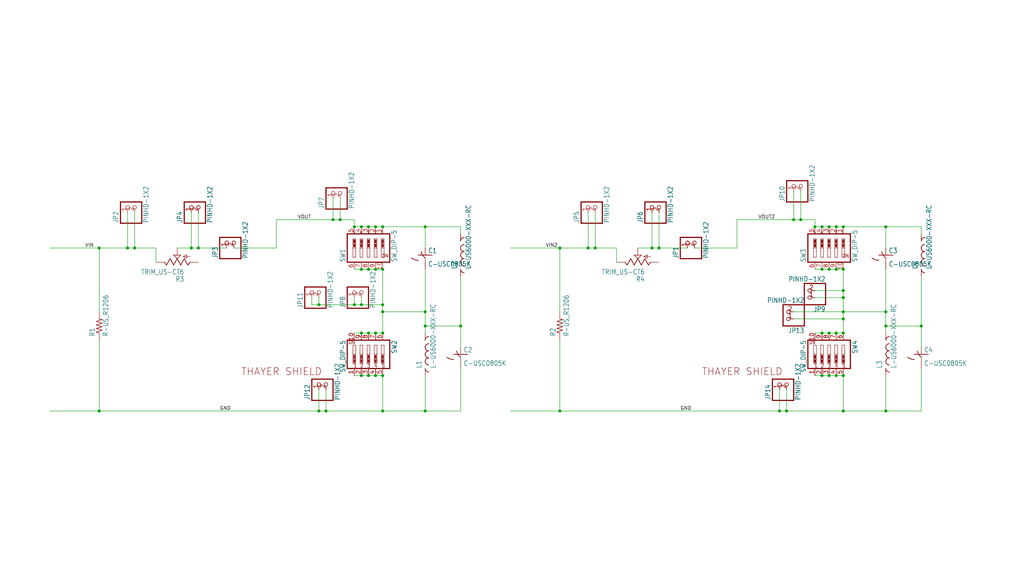
<source format=kicad_sch>
(kicad_sch (version 20250114) (generator "eeschema") (generator_version "9.0")
  (paper "User" 367.055 210.007)
  (lib_symbols
    (symbol "blackboxvDualv4-eagle-import:C-USC0805K"
      (property "Reference" "C" (at 1.016 0.635 0))
      (symbol "C-USC0805K_1_0"
        (polyline (pts (xy -2.54 0) (xy 2.54 0)) (stroke (width 0.254)))
        (arc (start -2.4668 -1.8504) (mid -3.7688 -1.6361) (end -4.9335 -1.016) (stroke (width 0.254)))
        (polyline (pts (xy 0 -1.016) (xy 0 -2.54)) (stroke (width 0.1524)))
        (arc (start 0 -1) (mid -0.9038 -0.0189) (end -1.4403 1.2025) (stroke (width 0.254)))
        (pin passive line (at 0 2.54 270) (length 2.54) (name "1") (number "1"))
        (pin passive line (at 0 -5.08 90) (length 2.54) (name "2") (number "2"))
      )
    )
    (symbol "blackboxvDualv4-eagle-import:L-US6000-XXX-RC"
      (property "Reference" "L" (at -1.27 -5.08 90))
      (symbol "L-US6000-XXX-RC_1_0"
        (arc (start 0 5.08) (mid 0.372 5.978) (end 1.27 6.35) (stroke (width 0.254)))
        (arc (start 0 2.54) (mid 0.372 3.438) (end 1.27 3.81) (stroke (width 0.254)))
        (arc (start 1.27 1.27) (mid 0.372 1.642) (end 0 2.54) (stroke (width 0.254)))
        (arc (start 0 0) (mid 0.372 0.898) (end 1.27 1.27) (stroke (width 0.254)))
        (arc (start 1.27 -1.27) (mid 0.372 -0.898) (end 0 0) (stroke (width 0.254)))
        (arc (start 0 -2.54) (mid 0.372 -1.642) (end 1.27 -1.27) (stroke (width 0.254)))
        (arc (start 1.27 -3.81) (mid 0.372 -3.438) (end 0 -2.54) (stroke (width 0.254)))
        (arc (start 1.27 -6.35) (mid 0.372 -5.978) (end 0 -5.08) (stroke (width 0.254)))
        (pin passive line (at 0 7.62 270) (length 2.54) (name "1") (number "1"))
        (pin passive line (at 0 -7.62 90) (length 2.54) (name "2") (number "2"))
      )
    )
    (symbol "blackboxvDualv4-eagle-import:PINHD-1X2"
      (property "Reference" "JP" (at -6.35 5.715 0))
      (symbol "PINHD-1X2_1_0"
        (polyline (pts (xy -6.35 5.08) (xy -6.35 -2.54)) (stroke (width 0.4064)))
        (polyline (pts (xy -6.35 -2.54) (xy 1.27 -2.54)) (stroke (width 0.4064)))
        (polyline (pts (xy 1.27 5.08) (xy -6.35 5.08)) (stroke (width 0.4064)))
        (polyline (pts (xy 1.27 -2.54) (xy 1.27 5.08)) (stroke (width 0.4064)))
        (pin passive inverted (at -2.54 2.54 0) (length 2.54) (name "1") (number "1"))
        (pin passive inverted (at -2.54 0 0) (length 2.54) (name "2") (number "2"))
      )
    )
    (symbol "blackboxvDualv4-eagle-import:R-US_R1206"
      (property "Reference" "R" (at -3.81 1.4986 0))
      (symbol "R-US_R1206_1_0"
        (polyline (pts (xy -2.54 0) (xy -2.159 1.016)) (stroke (width 0.2032)))
        (polyline (pts (xy -2.159 1.016) (xy -1.524 -1.016)) (stroke (width 0.2032)))
        (polyline (pts (xy -1.524 -1.016) (xy -0.889 1.016)) (stroke (width 0.2032)))
        (polyline (pts (xy -0.889 1.016) (xy -0.254 -1.016)) (stroke (width 0.2032)))
        (polyline (pts (xy -0.254 -1.016) (xy 0.381 1.016)) (stroke (width 0.2032)))
        (polyline (pts (xy 0.381 1.016) (xy 1.016 -1.016)) (stroke (width 0.2032)))
        (polyline (pts (xy 1.016 -1.016) (xy 1.651 1.016)) (stroke (width 0.2032)))
        (polyline (pts (xy 1.651 1.016) (xy 2.286 -1.016)) (stroke (width 0.2032)))
        (polyline (pts (xy 2.286 -1.016) (xy 2.54 0)) (stroke (width 0.2032)))
        (pin passive line (at -5.08 0 0) (length 2.54) (name "1") (number "1"))
        (pin passive line (at 5.08 0 180) (length 2.54) (name "2") (number "2"))
      )
    )
    (symbol "blackboxvDualv4-eagle-import:SW_DIP-5"
      (property "Reference" "SW" (at -5.08 8.255 0))
      (symbol "SW_DIP-5_1_0"
        (polyline (pts (xy -5.08 7.62) (xy -5.08 -7.62)) (stroke (width 0.4064)))
        (polyline (pts (xy -5.08 -7.62) (xy 5.08 -7.62)) (stroke (width 0.4064)))
        (polyline (pts (xy -3.302 5.588) (xy 0 5.588)) (stroke (width 0.1524)))
        (polyline (pts (xy -3.302 4.572) (xy -3.302 5.588)) (stroke (width 0.1524)))
        (polyline (pts (xy -3.302 3.048) (xy 0 3.048)) (stroke (width 0.1524)))
        (polyline (pts (xy -3.302 2.032) (xy -3.302 3.048)) (stroke (width 0.1524)))
        (polyline (pts (xy -3.302 0.508) (xy 0 0.508)) (stroke (width 0.1524)))
        (polyline (pts (xy -3.302 -0.508) (xy -3.302 0.508)) (stroke (width 0.1524)))
        (polyline (pts (xy -3.302 -2.032) (xy 0 -2.032)) (stroke (width 0.1524)))
        (polyline (pts (xy -3.302 -3.048) (xy -3.302 -2.032)) (stroke (width 0.1524)))
        (polyline (pts (xy -3.302 -4.572) (xy 0 -4.572)) (stroke (width 0.1524)))
        (polyline (pts (xy -3.302 -5.588) (xy -3.302 -4.572)) (stroke (width 0.1524)))
        (polyline (pts (xy 0 5.588) (xy 0 4.572)) (stroke (width 0.1524)))
        (polyline (pts (xy 0 5.588) (xy 3.302 5.588)) (stroke (width 0.1524)))
        (polyline (pts (xy 0 4.572) (xy -3.302 4.572)) (stroke (width 0.1524)))
        (polyline (pts (xy 0 3.048) (xy 0 2.032)) (stroke (width 0.1524)))
        (polyline (pts (xy 0 3.048) (xy 3.302 3.048)) (stroke (width 0.1524)))
        (polyline (pts (xy 0 2.032) (xy -3.302 2.032)) (stroke (width 0.1524)))
        (polyline (pts (xy 0 0.508) (xy 0 -0.508)) (stroke (width 0.1524)))
        (polyline (pts (xy 0 0.508) (xy 3.302 0.508)) (stroke (width 0.1524)))
        (polyline (pts (xy 0 -0.508) (xy -3.302 -0.508)) (stroke (width 0.1524)))
        (polyline (pts (xy 0 -2.032) (xy 0 -3.048)) (stroke (width 0.1524)))
        (polyline (pts (xy 0 -2.032) (xy 3.302 -2.032)) (stroke (width 0.1524)))
        (polyline (pts (xy 0 -3.048) (xy -3.302 -3.048)) (stroke (width 0.1524)))
        (polyline (pts (xy 0 -4.572) (xy 0 -5.588)) (stroke (width 0.1524)))
        (polyline (pts (xy 0 -4.572) (xy 3.302 -4.572)) (stroke (width 0.1524)))
        (polyline (pts (xy 0 -5.588) (xy -3.302 -5.588)) (stroke (width 0.1524)))
        (rectangle (start 0.381 4.826) (end 1.397 5.334) (fill (type outline)))
        (rectangle (start 0.381 2.286) (end 1.397 2.794) (fill (type outline)))
        (rectangle (start 0.381 -0.254) (end 1.397 0.254) (fill (type outline)))
        (rectangle (start 0.381 -2.794) (end 1.397 -2.286) (fill (type outline)))
        (rectangle (start 0.381 -5.334) (end 1.397 -4.826) (fill (type outline)))
        (polyline (pts (xy 1.397 5.334) (xy 1.905 5.334)))
        (polyline (pts (xy 1.397 4.826) (xy 1.905 4.826)))
        (polyline (pts (xy 1.397 2.794) (xy 1.905 2.794)))
        (polyline (pts (xy 1.397 2.286) (xy 1.905 2.286)))
        (polyline (pts (xy 1.397 0.254) (xy 1.905 0.254)))
        (polyline (pts (xy 1.397 -0.254) (xy 1.905 -0.254)))
        (polyline (pts (xy 1.397 -2.286) (xy 1.905 -2.286)))
        (polyline (pts (xy 1.397 -2.794) (xy 1.905 -2.794)))
        (polyline (pts (xy 1.397 -4.826) (xy 1.905 -4.826)))
        (polyline (pts (xy 1.397 -5.334) (xy 1.905 -5.334)))
        (rectangle (start 1.905 4.826) (end 2.921 5.334) (fill (type outline)))
        (rectangle (start 1.905 4.826) (end 2.921 5.334) (fill (type outline)))
        (rectangle (start 1.905 2.286) (end 2.921 2.794) (fill (type outline)))
        (rectangle (start 1.905 -0.254) (end 2.921 0.254) (fill (type outline)))
        (rectangle (start 1.905 -2.794) (end 2.921 -2.286) (fill (type outline)))
        (rectangle (start 1.905 -5.334) (end 2.921 -4.826) (fill (type outline)))
        (polyline (pts (xy 3.302 5.588) (xy 3.302 4.572)) (stroke (width 0.1524)))
        (polyline (pts (xy 3.302 4.572) (xy 0 4.572)) (stroke (width 0.1524)))
        (polyline (pts (xy 3.302 3.048) (xy 3.302 2.032)) (stroke (width 0.1524)))
        (polyline (pts (xy 3.302 2.032) (xy 0 2.032)) (stroke (width 0.1524)))
        (polyline (pts (xy 3.302 0.508) (xy 3.302 -0.508)) (stroke (width 0.1524)))
        (polyline (pts (xy 3.302 -0.508) (xy 0 -0.508)) (stroke (width 0.1524)))
        (polyline (pts (xy 3.302 -2.032) (xy 3.302 -3.048)) (stroke (width 0.1524)))
        (polyline (pts (xy 3.302 -3.048) (xy 0 -3.048)) (stroke (width 0.1524)))
        (polyline (pts (xy 3.302 -4.572) (xy 3.302 -5.588)) (stroke (width 0.1524)))
        (polyline (pts (xy 3.302 -5.588) (xy 0 -5.588)) (stroke (width 0.1524)))
        (polyline (pts (xy 5.08 7.62) (xy -5.08 7.62)) (stroke (width 0.4064)))
        (polyline (pts (xy 5.08 -7.62) (xy 5.08 7.62)) (stroke (width 0.4064)))
        (text "ON" (at -3.556 -7.239 900) (effects (font (size 1.27 1.0795)) (justify left bottom)))
        (text "5" (at 4.826 4.699 900) (effects (font (size 1.27 1.0795)) (justify left bottom)))
        (text "4" (at 4.826 2.032 900) (effects (font (size 1.27 1.0795)) (justify left bottom)))
        (text "3" (at 4.826 -0.508 900) (effects (font (size 1.27 1.0795)) (justify left bottom)))
        (text "2" (at 4.826 -3.048 900) (effects (font (size 1.27 1.0795)) (justify left bottom)))
        (text "1" (at 4.826 -5.334 900) (effects (font (size 1.27 1.0795)) (justify left bottom)))
        (pin passive line (at -7.62 5.08 0) (length 2.54) (name "6") (number "6"))
        (pin passive line (at -7.62 2.54 0) (length 2.54) (name "7") (number "7"))
        (pin passive line (at -7.62 0 0) (length 2.54) (name "8") (number "8"))
        (pin passive line (at -7.62 -2.54 0) (length 2.54) (name "9") (number "9"))
        (pin passive line (at -7.62 -5.08 0) (length 2.54) (name "10") (number "10"))
        (pin passive line (at 7.62 5.08 180) (length 2.54) (name "5") (number "5"))
        (pin passive line (at 7.62 2.54 180) (length 2.54) (name "4") (number "4"))
        (pin passive line (at 7.62 0 180) (length 2.54) (name "3") (number "3"))
        (pin passive line (at 7.62 -2.54 180) (length 2.54) (name "2") (number "2"))
        (pin passive line (at 7.62 -5.08 180) (length 2.54) (name "1") (number "1"))
      )
    )
    (symbol "blackboxvDualv4-eagle-import:THAYER"
      (symbol "THAYER_1_0"
        (text "THAYER SHIELD" (at 0 0 0) (effects (font (size 2.54 2.54)) (justify left bottom)))
      )
    )
    (symbol "blackboxvDualv4-eagle-import:TRIM_US-CT6"
      (property "Reference" "R" (at -5.08 -2.54 90))
      (symbol "TRIM_US-CT6_1_0"
        (polyline (pts (xy -1.016 3.81) (xy 0 4.572)) (stroke (width 0.254)))
        (polyline (pts (xy -1.016 1.27) (xy 1.27 2.54)) (stroke (width 0.254)))
        (polyline (pts (xy -1.016 -1.27) (xy 1.27 0)) (stroke (width 0.254)))
        (polyline (pts (xy -1.016 -3.81) (xy 1.27 -2.54)) (stroke (width 0.254)))
        (polyline (pts (xy 0 4.572) (xy 0 5.08)) (stroke (width 0.1524)))
        (polyline (pts (xy 0 -4.572) (xy -1.016 -3.81)) (stroke (width 0.254)))
        (polyline (pts (xy 0 -5.08) (xy 0 -4.572)) (stroke (width 0.1524)))
        (polyline (pts (xy 1.27 2.54) (xy -1.016 3.81)) (stroke (width 0.254)))
        (polyline (pts (xy 1.27 0) (xy -1.016 1.27)) (stroke (width 0.254)))
        (polyline (pts (xy 1.27 0) (xy 2.54 1.27)) (stroke (width 0.2032)))
        (polyline (pts (xy 1.27 -2.54) (xy -1.016 -1.27)) (stroke (width 0.254)))
        (polyline (pts (xy 1.397 -3.429) (xy 2.032 -2.159)) (stroke (width 0.1524)))
        (polyline (pts (xy 2.032 -2.159) (xy 2.667 -3.429)) (stroke (width 0.1524)))
        (polyline (pts (xy 2.032 -4.699) (xy 2.032 -2.159)) (stroke (width 0.1524)))
        (polyline (pts (xy 2.54 1.27) (xy 2.54 -1.27)) (stroke (width 0.2032)))
        (polyline (pts (xy 2.54 -1.27) (xy 1.27 0)) (stroke (width 0.2032)))
        (polyline (pts (xy 2.667 -3.429) (xy 1.397 -3.429)) (stroke (width 0.1524)))
        (pin passive line (at 0 7.62 270) (length 2.54) (name "E") (number "E"))
        (pin passive line (at 0 -7.62 90) (length 2.54) (name "A") (number "A"))
        (pin passive line (at 5.08 0 180) (length 2.54) (name "S") (number "S"))
      )
    )
  )
  (junction (at 129.54 81.28))
  (junction (at 302.26 134.62))
  (junction (at 132.08 96.52))
  (junction (at 330.2 116.84))
  (junction (at 132.08 134.62))
  (junction (at 127 109.22))
  (junction (at 210.82 88.9))
  (junction (at 299.72 119.38))
  (junction (at 127 81.28))
  (junction (at 137.16 81.28))
  (junction (at 134.62 96.52))
  (junction (at 165.1 116.84))
  (junction (at 302.26 114.3))
  (junction (at 302.26 104.14))
  (junction (at 134.62 119.38))
  (junction (at 152.4 116.84))
  (junction (at 137.16 147.32))
  (junction (at 137.16 134.62))
  (junction (at 129.54 109.22))
  (junction (at 294.64 96.52))
  (junction (at 233.68 88.9))
  (junction (at 129.54 134.62))
  (junction (at 35.56 147.32))
  (junction (at 134.62 134.62))
  (junction (at 302.26 96.52))
  (junction (at 302.26 119.38))
  (junction (at 121.92 78.74))
  (junction (at 297.18 96.52))
  (junction (at 45.72 88.9))
  (junction (at 152.4 111.76))
  (junction (at 294.64 134.62))
  (junction (at 297.18 81.28))
  (junction (at 297.18 134.62))
  (junction (at 284.48 78.74))
  (junction (at 114.3 147.32))
  (junction (at 132.08 119.38))
  (junction (at 297.18 119.38))
  (junction (at 287.02 78.74))
  (junction (at 299.72 96.52))
  (junction (at 129.54 96.52))
  (junction (at 299.72 134.62))
  (junction (at 281.94 147.32))
  (junction (at 317.5 147.32))
  (junction (at 152.4 81.28))
  (junction (at 294.64 119.38))
  (junction (at 302.26 106.68))
  (junction (at 317.5 116.84))
  (junction (at 137.16 111.76))
  (junction (at 294.64 81.28))
  (junction (at 116.84 147.32))
  (junction (at 129.54 119.38))
  (junction (at 152.4 147.32))
  (junction (at 71.12 88.9))
  (junction (at 317.5 111.76))
  (junction (at 213.36 88.9))
  (junction (at 134.62 81.28))
  (junction (at 35.56 88.9))
  (junction (at 132.08 81.28))
  (junction (at 302.26 111.76))
  (junction (at 114.3 109.22))
  (junction (at 292.1 81.28))
  (junction (at 200.66 147.32))
  (junction (at 279.4 147.32))
  (junction (at 299.72 81.28))
  (junction (at 119.38 78.74))
  (junction (at 302.26 147.32))
  (junction (at 137.16 119.38))
  (junction (at 137.16 96.52))
  (junction (at 200.66 88.9))
  (junction (at 48.26 88.9))
  (junction (at 137.16 109.22))
  (junction (at 236.22 88.9))
  (junction (at 317.5 81.28))
  (junction (at 302.26 81.28))
  (junction (at 68.58 88.9))
  (wire (pts (xy 152.4 116.84) (xy 165.1 116.84)) (stroke (width 0.1524)))
  (wire (pts (xy 200.66 147.32) (xy 182.88 147.32)) (stroke (width 0.1524)))
  (wire (pts (xy 330.2 132.08) (xy 330.2 147.32)) (stroke (width 0.1524)))
  (wire (pts (xy 279.4 147.32) (xy 200.66 147.32)) (stroke (width 0.1524)))
  (wire (pts (xy 71.12 76.2) (xy 71.12 88.9)) (stroke (width 0.1524)))
  (wire (pts (xy 292.1 104.14) (xy 302.26 104.14)) (stroke (width 0.1524)))
  (wire (pts (xy 129.54 106.68) (xy 129.54 109.22)) (stroke (width 0.1524)))
  (wire (pts (xy 292.1 81.28) (xy 294.64 81.28)) (stroke (width 0.1524)))
  (wire (pts (xy 152.4 147.32) (xy 137.16 147.32)) (stroke (width 0.1524)))
  (wire (pts (xy 137.16 147.32) (xy 116.84 147.32)) (stroke (width 0.1524)))
  (wire (pts (xy 119.38 78.74) (xy 121.92 78.74)) (stroke (width 0.1524)))
  (wire (pts (xy 99.06 78.74) (xy 119.38 78.74)) (stroke (width 0.1524)))
  (wire (pts (xy 129.54 109.22) (xy 137.16 109.22)) (stroke (width 0.1524)))
  (wire (pts (xy 302.26 96.52) (xy 302.26 104.14)) (stroke (width 0.1524)))
  (wire (pts (xy 299.72 81.28) (xy 302.26 81.28)) (stroke (width 0.1524)))
  (wire (pts (xy 129.54 96.52) (xy 132.08 96.52)) (stroke (width 0.1524)))
  (wire (pts (xy 132.08 134.62) (xy 134.62 134.62)) (stroke (width 0.1524)))
  (wire (pts (xy 233.68 88.9) (xy 236.22 88.9)) (stroke (width 0.1524)))
  (wire (pts (xy 292.1 96.52) (xy 294.64 96.52)) (stroke (width 0.1524)))
  (wire (pts (xy 114.3 139.7) (xy 114.3 147.32)) (stroke (width 0.1524)))
  (wire (pts (xy 119.38 71.12) (xy 119.38 78.74)) (stroke (width 0.1524)))
  (wire (pts (xy 302.26 134.62) (xy 302.26 147.32)) (stroke (width 0.1524)))
  (wire (pts (xy 279.4 139.7) (xy 279.4 147.32)) (stroke (width 0.1524)))
  (wire (pts (xy 55.88 88.9) (xy 55.88 93.98)) (stroke (width 0.1524)))
  (wire (pts (xy 137.16 81.28) (xy 152.4 81.28)) (stroke (width 0.1524)))
  (wire (pts (xy 132.08 119.38) (xy 134.62 119.38)) (stroke (width 0.1524)))
  (wire (pts (xy 302.26 147.32) (xy 281.94 147.32)) (stroke (width 0.1524)))
  (wire (pts (xy 317.5 147.32) (xy 302.26 147.32)) (stroke (width 0.1524)))
  (wire (pts (xy 137.16 111.76) (xy 152.4 111.76)) (stroke (width 0.1524)))
  (wire (pts (xy 213.36 76.2) (xy 213.36 88.9)) (stroke (width 0.1524)))
  (wire (pts (xy 264.16 78.74) (xy 284.48 78.74)) (stroke (width 0.1524)))
  (wire (pts (xy 134.62 81.28) (xy 137.16 81.28)) (stroke (width 0.1524)))
  (wire (pts (xy 248.92 88.9) (xy 264.16 88.9)) (stroke (width 0.1524)))
  (wire (pts (xy 236.22 88.9) (xy 246.38 88.9)) (stroke (width 0.1524)))
  (wire (pts (xy 45.72 76.2) (xy 45.72 88.9)) (stroke (width 0.1524)))
  (wire (pts (xy 165.1 132.08) (xy 165.1 147.32)) (stroke (width 0.1524)))
  (wire (pts (xy 132.08 96.52) (xy 134.62 96.52)) (stroke (width 0.1524)))
  (wire (pts (xy 165.1 99.06) (xy 165.1 116.84)) (stroke (width 0.1524)))
  (wire (pts (xy 127 109.22) (xy 129.54 109.22)) (stroke (width 0.1524)))
  (wire (pts (xy 68.58 88.9) (xy 71.12 88.9)) (stroke (width 0.1524)))
  (wire (pts (xy 287.02 78.74) (xy 292.1 78.74)) (stroke (width 0.1524)))
  (wire (pts (xy 292.1 134.62) (xy 294.64 134.62)) (stroke (width 0.1524)))
  (wire (pts (xy 299.72 119.38) (xy 302.26 119.38)) (stroke (width 0.1524)))
  (wire (pts (xy 210.82 76.2) (xy 210.82 88.9)) (stroke (width 0.1524)))
  (wire (pts (xy 297.18 134.62) (xy 299.72 134.62)) (stroke (width 0.1524)))
  (wire (pts (xy 299.72 134.62) (xy 302.26 134.62)) (stroke (width 0.1524)))
  (wire (pts (xy 302.26 106.68) (xy 302.26 111.76)) (stroke (width 0.1524)))
  (wire (pts (xy 137.16 96.52) (xy 137.16 109.22)) (stroke (width 0.1524)))
  (wire (pts (xy 284.48 111.76) (xy 302.26 111.76)) (stroke (width 0.1524)))
  (wire (pts (xy 297.18 81.28) (xy 299.72 81.28)) (stroke (width 0.1524)))
  (wire (pts (xy 281.94 147.32) (xy 279.4 147.32)) (stroke (width 0.1524)))
  (wire (pts (xy 129.54 134.62) (xy 132.08 134.62)) (stroke (width 0.1524)))
  (wire (pts (xy 45.72 88.9) (xy 48.26 88.9)) (stroke (width 0.1524)))
  (wire (pts (xy 48.26 76.2) (xy 48.26 88.9)) (stroke (width 0.1524)))
  (wire (pts (xy 127 78.74) (xy 127 81.28)) (stroke (width 0.1524)))
  (wire (pts (xy 284.48 78.74) (xy 287.02 78.74)) (stroke (width 0.1524)))
  (wire (pts (xy 134.62 96.52) (xy 137.16 96.52)) (stroke (width 0.1524)))
  (wire (pts (xy 182.88 88.9) (xy 200.66 88.9)) (stroke (width 0.1524)))
  (wire (pts (xy 294.64 81.28) (xy 297.18 81.28)) (stroke (width 0.1524)))
  (wire (pts (xy 137.16 134.62) (xy 137.16 147.32)) (stroke (width 0.1524)))
  (wire (pts (xy 129.54 119.38) (xy 132.08 119.38)) (stroke (width 0.1524)))
  (wire (pts (xy 330.2 99.06) (xy 330.2 116.84)) (stroke (width 0.1524)))
  (wire (pts (xy 228.6 88.9) (xy 233.68 88.9)) (stroke (width 0.1524)))
  (wire (pts (xy 292.1 119.38) (xy 294.64 119.38)) (stroke (width 0.1524)))
  (wire (pts (xy 200.66 88.9) (xy 210.82 88.9)) (stroke (width 0.1524)))
  (wire (pts (xy 35.56 121.92) (xy 35.56 147.32)) (stroke (width 0.1524)))
  (wire (pts (xy 152.4 81.28) (xy 152.4 88.9)) (stroke (width 0.1524)))
  (wire (pts (xy 134.62 134.62) (xy 137.16 134.62)) (stroke (width 0.1524)))
  (wire (pts (xy 292.1 78.74) (xy 292.1 81.28)) (stroke (width 0.1524)))
  (wire (pts (xy 317.5 119.38) (xy 317.5 116.84)) (stroke (width 0.1524)))
  (wire (pts (xy 287.02 68.58) (xy 287.02 78.74)) (stroke (width 0.1524)))
  (wire (pts (xy 294.64 119.38) (xy 297.18 119.38)) (stroke (width 0.1524)))
  (wire (pts (xy 165.1 83.82) (xy 165.1 81.28)) (stroke (width 0.1524)))
  (wire (pts (xy 152.4 119.38) (xy 152.4 116.84)) (stroke (width 0.1524)))
  (wire (pts (xy 127 119.38) (xy 129.54 119.38)) (stroke (width 0.1524)))
  (wire (pts (xy 200.66 121.92) (xy 200.66 147.32)) (stroke (width 0.1524)))
  (wire (pts (xy 137.16 109.22) (xy 137.16 111.76)) (stroke (width 0.1524)))
  (wire (pts (xy 294.64 134.62) (xy 297.18 134.62)) (stroke (width 0.1524)))
  (wire (pts (xy 284.48 114.3) (xy 302.26 114.3)) (stroke (width 0.1524)))
  (wire (pts (xy 114.3 109.22) (xy 127 109.22)) (stroke (width 0.1524)))
  (wire (pts (xy 68.58 76.2) (xy 68.58 88.9)) (stroke (width 0.1524)))
  (wire (pts (xy 213.36 88.9) (xy 220.98 88.9)) (stroke (width 0.1524)))
  (wire (pts (xy 48.26 88.9) (xy 55.88 88.9)) (stroke (width 0.1524)))
  (wire (pts (xy 302.26 111.76) (xy 317.5 111.76)) (stroke (width 0.1524)))
  (wire (pts (xy 297.18 96.52) (xy 299.72 96.52)) (stroke (width 0.1524)))
  (wire (pts (xy 114.3 147.32) (xy 35.56 147.32)) (stroke (width 0.1524)))
  (wire (pts (xy 299.72 96.52) (xy 302.26 96.52)) (stroke (width 0.1524)))
  (wire (pts (xy 132.08 81.28) (xy 134.62 81.28)) (stroke (width 0.1524)))
  (wire (pts (xy 63.5 88.9) (xy 68.58 88.9)) (stroke (width 0.1524)))
  (wire (pts (xy 35.56 147.32) (xy 17.78 147.32)) (stroke (width 0.1524)))
  (wire (pts (xy 302.26 81.28) (xy 317.5 81.28)) (stroke (width 0.1524)))
  (wire (pts (xy 236.22 76.2) (xy 236.22 88.9)) (stroke (width 0.1524)))
  (wire (pts (xy 116.84 147.32) (xy 114.3 147.32)) (stroke (width 0.1524)))
  (wire (pts (xy 330.2 147.32) (xy 317.5 147.32)) (stroke (width 0.1524)))
  (wire (pts (xy 220.98 88.9) (xy 220.98 93.98)) (stroke (width 0.1524)))
  (wire (pts (xy 284.48 68.58) (xy 284.48 78.74)) (stroke (width 0.1524)))
  (wire (pts (xy 317.5 81.28) (xy 317.5 88.9)) (stroke (width 0.1524)))
  (wire (pts (xy 152.4 96.52) (xy 152.4 111.76)) (stroke (width 0.1524)))
  (wire (pts (xy 127 134.62) (xy 129.54 134.62)) (stroke (width 0.1524)))
  (wire (pts (xy 165.1 147.32) (xy 152.4 147.32)) (stroke (width 0.1524)))
  (wire (pts (xy 294.64 96.52) (xy 297.18 96.52)) (stroke (width 0.1524)))
  (wire (pts (xy 317.5 111.76) (xy 317.5 116.84)) (stroke (width 0.1524)))
  (wire (pts (xy 121.92 71.12) (xy 121.92 78.74)) (stroke (width 0.1524)))
  (wire (pts (xy 116.84 139.7) (xy 116.84 147.32)) (stroke (width 0.1524)))
  (wire (pts (xy 35.56 88.9) (xy 45.72 88.9)) (stroke (width 0.1524)))
  (wire (pts (xy 302.26 111.76) (xy 302.26 114.3)) (stroke (width 0.1524)))
  (wire (pts (xy 302.26 104.14) (xy 302.26 106.68)) (stroke (width 0.1524)))
  (wire (pts (xy 292.1 106.68) (xy 302.26 106.68)) (stroke (width 0.1524)))
  (wire (pts (xy 210.82 88.9) (xy 213.36 88.9)) (stroke (width 0.1524)))
  (wire (pts (xy 297.18 119.38) (xy 299.72 119.38)) (stroke (width 0.1524)))
  (wire (pts (xy 330.2 124.46) (xy 330.2 116.84)) (stroke (width 0.1524)))
  (wire (pts (xy 233.68 76.2) (xy 233.68 88.9)) (stroke (width 0.1524)))
  (wire (pts (xy 317.5 96.52) (xy 317.5 111.76)) (stroke (width 0.1524)))
  (wire (pts (xy 35.56 111.76) (xy 35.56 88.9)) (stroke (width 0.1524)))
  (wire (pts (xy 264.16 88.9) (xy 264.16 78.74)) (stroke (width 0.1524)))
  (wire (pts (xy 330.2 81.28) (xy 317.5 81.28)) (stroke (width 0.1524)))
  (wire (pts (xy 165.1 124.46) (xy 165.1 116.84)) (stroke (width 0.1524)))
  (wire (pts (xy 127 96.52) (xy 129.54 96.52)) (stroke (width 0.1524)))
  (wire (pts (xy 137.16 111.76) (xy 137.16 119.38)) (stroke (width 0.1524)))
  (wire (pts (xy 152.4 111.76) (xy 152.4 116.84)) (stroke (width 0.1524)))
  (wire (pts (xy 127 81.28) (xy 129.54 81.28)) (stroke (width 0.1524)))
  (wire (pts (xy 83.82 88.9) (xy 99.06 88.9)) (stroke (width 0.1524)))
  (wire (pts (xy 330.2 83.82) (xy 330.2 81.28)) (stroke (width 0.1524)))
  (wire (pts (xy 317.5 116.84) (xy 330.2 116.84)) (stroke (width 0.1524)))
  (wire (pts (xy 111.76 109.22) (xy 114.3 109.22)) (stroke (width 0.1524)))
  (wire (pts (xy 281.94 139.7) (xy 281.94 147.32)) (stroke (width 0.1524)))
  (wire (pts (xy 165.1 81.28) (xy 152.4 81.28)) (stroke (width 0.1524)))
  (wire (pts (xy 17.78 88.9) (xy 35.56 88.9)) (stroke (width 0.1524)))
  (wire (pts (xy 302.26 114.3) (xy 302.26 119.38)) (stroke (width 0.1524)))
  (wire (pts (xy 129.54 81.28) (xy 132.08 81.28)) (stroke (width 0.1524)))
  (wire (pts (xy 71.12 88.9) (xy 81.28 88.9)) (stroke (width 0.1524)))
  (wire (pts (xy 152.4 134.62) (xy 152.4 147.32)) (stroke (width 0.1524)))
  (wire (pts (xy 99.06 88.9) (xy 99.06 78.74)) (stroke (width 0.1524)))
  (wire (pts (xy 127 106.68) (xy 127 109.22)) (stroke (width 0.1524)))
  (wire (pts (xy 200.66 111.76) (xy 200.66 88.9)) (stroke (width 0.1524)))
  (wire (pts (xy 134.62 119.38) (xy 137.16 119.38)) (stroke (width 0.1524)))
  (wire (pts (xy 111.76 106.68) (xy 111.76 109.22)) (stroke (width 0.1524)))
  (wire (pts (xy 121.92 78.74) (xy 127 78.74)) (stroke (width 0.1524)))
  (wire (pts (xy 317.5 134.62) (xy 317.5 147.32)) (stroke (width 0.1524)))
  (wire (pts (xy 114.3 106.68) (xy 114.3 109.22)) (stroke (width 0.1524)))
  (label "VOUT" (at 106.68 78.74 0) (effects (font (size 1.2446 1.2446))))
  (label "GND" (at 78.74 147.32 0) (effects (font (size 1.2446 1.2446))))
  (label "VOUT2" (at 271.78 78.74 0) (effects (font (size 1.2446 1.2446))))
  (label "VIN2" (at 195.58 88.9 0) (effects (font (size 1.2446 1.2446))))
  (label "GND" (at 243.84 147.32 0) (effects (font (size 1.2446 1.2446))))
  (label "VIN" (at 30.48 88.9 0) (effects (font (size 1.2446 1.2446))))
  (symbol (lib_id "blackboxvDualv4-eagle-import:L-US6000-XXX-RC") (at 152.4 127 0) (unit 1)
    (property "Reference" "L1" (at 151.13 132.08 90) (effects (font (size 1.778 1.5113)) (justify left bottom)))
    (property "Value" "L-US6000-XXX-RC" (at 156.21 132.08 90) (effects (font (size 1.778 1.5113)) (justify left bottom)))
    (property "Footprint" "blackboxvDualv4:6000-XXXX-RC" (effects (hide yes)))
  )
  (symbol (lib_id "blackboxvDualv4-eagle-import:C-USC0805K") (at 330.2 127 0) (unit 1)
    (property "Reference" "C4" (at 331.216 126.365 0) (effects (font (size 1.778 1.5113)) (justify left bottom)))
    (property "Value" "C-USC0805K" (at 331.216 131.191 0) (effects (font (size 1.778 1.5113)) (justify left bottom)))
    (property "Footprint" "blackboxvDualv4:C0805K" (effects (hide yes)))
  )
  (symbol (lib_id "blackboxvDualv4-eagle-import:PINHD-1X2") (at 287.02 66.04 90) (unit 1)
    (property "Reference" "JP10" (at 281.305 72.39 0) (effects (font (size 1.778 1.5113)) (justify left bottom)))
    (property "Value" "PINHD-1X2" (at 292.1 72.39 0) (effects (font (size 1.778 1.5113)) (justify left bottom)))
    (property "Footprint" "blackboxvDualv4:1X02" (effects (hide yes)))
  )
  (symbol (lib_id "blackboxvDualv4-eagle-import:PINHD-1X2") (at 248.92 86.36 90) (unit 1)
    (property "Reference" "JP1" (at 243.205 92.71 0) (effects (font (size 1.778 1.5113)) (justify left bottom)))
    (property "Value" "PINHD-1X2" (at 254 92.71 0) (effects (font (size 1.778 1.5113)) (justify left bottom)))
    (property "Footprint" "blackboxvDualv4:1X02" (effects (hide yes)))
  )
  (symbol (lib_id "blackboxvDualv4-eagle-import:R-US_R1206") (at 200.66 116.84 90) (unit 1)
    (property "Reference" "R2" (at 199.1614 120.65 0) (effects (font (size 1.778 1.5113)) (justify left bottom)))
    (property "Value" "R-US_R1206" (at 203.962 120.65 0) (effects (font (size 1.778 1.5113)) (justify left bottom)))
    (property "Footprint" "blackboxvDualv4:R1206" (effects (hide yes)))
  )
  (symbol (lib_id "blackboxvDualv4-eagle-import:C-USC0805K") (at 317.5 91.44 0) (unit 1)
    (property "Reference" "C3" (at 318.516 90.805 0) (effects (font (size 1.778 1.5113)) (justify left bottom)))
    (property "Value" "C-USC0805K" (at 318.516 95.631 0) (effects (font (size 1.778 1.5113)) (justify left bottom)))
    (property "Footprint" "blackboxvDualv4:C0805K" (effects (hide yes)))
  )
  (symbol (lib_id "blackboxvDualv4-eagle-import:L-US6000-XXX-RC") (at 317.5 127 0) (unit 1)
    (property "Reference" "L3" (at 316.23 132.08 90) (effects (font (size 1.778 1.5113)) (justify left bottom)))
    (property "Value" "L-US6000-XXX-RC" (at 321.31 132.08 90) (effects (font (size 1.778 1.5113)) (justify left bottom)))
    (property "Footprint" "blackboxvDualv4:6000-XXXX-RC" (effects (hide yes)))
  )
  (symbol (lib_id "blackboxvDualv4-eagle-import:PINHD-1X2") (at 48.26 73.66 90) (unit 1)
    (property "Reference" "JP2" (at 42.545 80.01 0) (effects (font (size 1.778 1.5113)) (justify left bottom)))
    (property "Value" "PINHD-1X2" (at 53.34 80.01 0) (effects (font (size 1.778 1.5113)) (justify left bottom)))
    (property "Footprint" "blackboxvDualv4:1X02" (effects (hide yes)))
  )
  (symbol (lib_id "blackboxvDualv4-eagle-import:PINHD-1X2") (at 83.82 86.36 90) (unit 1)
    (property "Reference" "JP3" (at 78.105 92.71 0) (effects (font (size 1.778 1.5113)) (justify left bottom)))
    (property "Value" "PINHD-1X2" (at 88.9 92.71 0) (effects (font (size 1.778 1.5113)) (justify left bottom)))
    (property "Footprint" "blackboxvDualv4:1X02" (effects (hide yes)))
  )
  (symbol (lib_id "blackboxvDualv4-eagle-import:THAYER") (at 86.36 134.62 0) (unit 1)
    (property "Reference" "U$1" (effects (hide yes)))
    (property "Value" "THAYER" (effects (hide yes)))
    (property "Footprint" "blackboxvDualv4:THAYER" (effects (hide yes)))
  )
  (symbol (lib_id "blackboxvDualv4-eagle-import:C-USC0805K") (at 152.4 91.44 0) (unit 1)
    (property "Reference" "C1" (at 153.416 90.805 0) (effects (font (size 1.778 1.5113)) (justify left bottom)))
    (property "Value" "C-USC0805K" (at 153.416 95.631 0) (effects (font (size 1.778 1.5113)) (justify left bottom)))
    (property "Footprint" "blackboxvDualv4:C0805K" (effects (hide yes)))
  )
  (symbol (lib_id "blackboxvDualv4-eagle-import:L-US6000-XXX-RC") (at 330.2 91.44 0) (unit 1)
    (property "Reference" "L4" (at 328.93 96.52 90) (effects (font (size 1.778 1.5113)) (justify left bottom)))
    (property "Value" "L-US6000-XXX-RC" (at 334.01 96.52 90) (effects (font (size 1.778 1.5113)) (justify left bottom)))
    (property "Footprint" "blackboxvDualv4:6000-XXXX-RC" (effects (hide yes)))
  )
  (symbol (lib_id "blackboxvDualv4-eagle-import:TRIM_US-CT6") (at 63.5 93.98 90) (unit 1)
    (property "Reference" "R3" (at 66.04 99.06 90) (effects (font (size 1.778 1.5113)) (justify left bottom)))
    (property "Value" "TRIM_US-CT6" (at 66.04 96.52 90) (effects (font (size 1.778 1.5113)) (justify left bottom)))
    (property "Footprint" "blackboxvDualv4:CT6" (effects (hide yes)))
  )
  (symbol (lib_id "blackboxvDualv4-eagle-import:PINHD-1X2") (at 213.36 73.66 90) (unit 1)
    (property "Reference" "JP5" (at 207.645 80.01 0) (effects (font (size 1.778 1.5113)) (justify left bottom)))
    (property "Value" "PINHD-1X2" (at 218.44 80.01 0) (effects (font (size 1.778 1.5113)) (justify left bottom)))
    (property "Footprint" "blackboxvDualv4:1X02" (effects (hide yes)))
  )
  (symbol (lib_id "blackboxvDualv4-eagle-import:L-US6000-XXX-RC") (at 165.1 91.44 0) (unit 1)
    (property "Reference" "L2" (at 163.83 96.52 90) (effects (font (size 1.778 1.5113)) (justify left bottom)))
    (property "Value" "L-US6000-XXX-RC" (at 168.91 96.52 90) (effects (font (size 1.778 1.5113)) (justify left bottom)))
    (property "Footprint" "blackboxvDualv4:6000-XXXX-RC" (effects (hide yes)))
  )
  (symbol (lib_id "blackboxvDualv4-eagle-import:TRIM_US-CT6") (at 228.6 93.98 90) (unit 1)
    (property "Reference" "R4" (at 231.14 99.06 90) (effects (font (size 1.778 1.5113)) (justify left bottom)))
    (property "Value" "TRIM_US-CT6" (at 231.14 96.52 90) (effects (font (size 1.778 1.5113)) (justify left bottom)))
    (property "Footprint" "blackboxvDualv4:CT6" (effects (hide yes)))
  )
  (symbol (lib_id "blackboxvDualv4-eagle-import:SW_DIP-5") (at 132.08 127 270) (unit 1)
    (property "Reference" "SW2" (at 140.335 121.92 0) (effects (font (size 1.778 1.5113)) (justify left bottom)))
    (property "Value" "SW_DIP-5" (at 121.92 121.92 0) (effects (font (size 1.778 1.5113)) (justify left bottom)))
    (property "Footprint" "blackboxvDualv4:EDG-05" (effects (hide yes)))
  )
  (symbol (lib_id "blackboxvDualv4-eagle-import:PINHD-1X2") (at 281.94 137.16 90) (unit 1)
    (property "Reference" "JP14" (at 276.225 143.51 0) (effects (font (size 1.778 1.5113)) (justify left bottom)))
    (property "Value" "PINHD-1X2" (at 287.02 143.51 0) (effects (font (size 1.778 1.5113)) (justify left bottom)))
    (property "Footprint" "blackboxvDualv4:1X02" (effects (hide yes)))
  )
  (symbol (lib_id "blackboxvDualv4-eagle-import:PINHD-1X2") (at 129.54 104.14 90) (unit 1)
    (property "Reference" "JP8" (at 123.825 110.49 0) (effects (font (size 1.778 1.5113)) (justify left bottom)))
    (property "Value" "PINHD-1X2" (at 134.62 110.49 0) (effects (font (size 1.778 1.5113)) (justify left bottom)))
    (property "Footprint" "blackboxvDualv4:1X02" (effects (hide yes)))
  )
  (symbol (lib_id "blackboxvDualv4-eagle-import:PINHD-1X2") (at 116.84 137.16 90) (unit 1)
    (property "Reference" "JP12" (at 111.125 143.51 0) (effects (font (size 1.778 1.5113)) (justify left bottom)))
    (property "Value" "PINHD-1X2" (at 121.92 143.51 0) (effects (font (size 1.778 1.5113)) (justify left bottom)))
    (property "Footprint" "blackboxvDualv4:1X02" (effects (hide yes)))
  )
  (symbol (lib_id "blackboxvDualv4-eagle-import:THAYER") (at 251.46 134.62 0) (unit 1)
    (property "Reference" "U$2" (effects (hide yes)))
    (property "Value" "THAYER" (effects (hide yes)))
    (property "Footprint" "blackboxvDualv4:THAYER" (effects (hide yes)))
  )
  (symbol (lib_id "blackboxvDualv4-eagle-import:SW_DIP-5") (at 297.18 88.9 90) (unit 1)
    (property "Reference" "SW3" (at 288.925 93.98 0) (effects (font (size 1.778 1.5113)) (justify left bottom)))
    (property "Value" "SW_DIP-5" (at 307.34 93.98 0) (effects (font (size 1.778 1.5113)) (justify left bottom)))
    (property "Footprint" "blackboxvDualv4:EDG-05" (effects (hide yes)))
  )
  (symbol (lib_id "blackboxvDualv4-eagle-import:R-US_R1206") (at 35.56 116.84 90) (unit 1)
    (property "Reference" "R1" (at 34.0614 120.65 0) (effects (font (size 1.778 1.5113)) (justify left bottom)))
    (property "Value" "R-US_R1206" (at 38.862 120.65 0) (effects (font (size 1.778 1.5113)) (justify left bottom)))
    (property "Footprint" "blackboxvDualv4:R1206" (effects (hide yes)))
  )
  (symbol (lib_id "blackboxvDualv4-eagle-import:SW_DIP-5") (at 132.08 88.9 90) (unit 1)
    (property "Reference" "SW1" (at 123.825 93.98 0) (effects (font (size 1.778 1.5113)) (justify left bottom)))
    (property "Value" "SW_DIP-5" (at 142.24 93.98 0) (effects (font (size 1.778 1.5113)) (justify left bottom)))
    (property "Footprint" "blackboxvDualv4:EDG-05" (effects (hide yes)))
  )
  (symbol (lib_id "blackboxvDualv4-eagle-import:C-USC0805K") (at 165.1 127 0) (unit 1)
    (property "Reference" "C2" (at 166.116 126.365 0) (effects (font (size 1.778 1.5113)) (justify left bottom)))
    (property "Value" "C-USC0805K" (at 166.116 131.191 0) (effects (font (size 1.778 1.5113)) (justify left bottom)))
    (property "Footprint" "blackboxvDualv4:C0805K" (effects (hide yes)))
  )
  (symbol (lib_id "blackboxvDualv4-eagle-import:PINHD-1X2") (at 281.94 111.76 180) (unit 1)
    (property "Reference" "JP13" (at 288.29 117.475 0) (effects (font (size 1.778 1.5113)) (justify left bottom)))
    (property "Value" "PINHD-1X2" (at 288.29 106.68 0) (effects (font (size 1.778 1.5113)) (justify left bottom)))
    (property "Footprint" "blackboxvDualv4:1X02" (effects (hide yes)))
  )
  (symbol (lib_id "blackboxvDualv4-eagle-import:PINHD-1X2") (at 236.22 73.66 90) (unit 1)
    (property "Reference" "JP6" (at 230.505 80.01 0) (effects (font (size 1.778 1.5113)) (justify left bottom)))
    (property "Value" "PINHD-1X2" (at 241.3 80.01 0) (effects (font (size 1.778 1.5113)) (justify left bottom)))
    (property "Footprint" "blackboxvDualv4:1X02" (effects (hide yes)))
  )
  (symbol (lib_id "blackboxvDualv4-eagle-import:PINHD-1X2") (at 289.56 104.14 180) (unit 1)
    (property "Reference" "JP9" (at 295.91 109.855 0) (effects (font (size 1.778 1.5113)) (justify left bottom)))
    (property "Value" "PINHD-1X2" (at 295.91 99.06 0) (effects (font (size 1.778 1.5113)) (justify left bottom)))
    (property "Footprint" "blackboxvDualv4:1X02" (effects (hide yes)))
  )
  (symbol (lib_id "blackboxvDualv4-eagle-import:PINHD-1X2") (at 114.3 104.14 90) (unit 1)
    (property "Reference" "JP11" (at 108.585 110.49 0) (effects (font (size 1.778 1.5113)) (justify left bottom)))
    (property "Value" "PINHD-1X2" (at 119.38 110.49 0) (effects (font (size 1.778 1.5113)) (justify left bottom)))
    (property "Footprint" "blackboxvDualv4:1X02" (effects (hide yes)))
  )
  (symbol (lib_id "blackboxvDualv4-eagle-import:PINHD-1X2") (at 71.12 73.66 90) (unit 1)
    (property "Reference" "JP4" (at 65.405 80.01 0) (effects (font (size 1.778 1.5113)) (justify left bottom)))
    (property "Value" "PINHD-1X2" (at 76.2 80.01 0) (effects (font (size 1.778 1.5113)) (justify left bottom)))
    (property "Footprint" "blackboxvDualv4:1X02" (effects (hide yes)))
  )
  (symbol (lib_id "blackboxvDualv4-eagle-import:SW_DIP-5") (at 297.18 127 270) (unit 1)
    (property "Reference" "SW4" (at 305.435 121.92 0) (effects (font (size 1.778 1.5113)) (justify left bottom)))
    (property "Value" "SW_DIP-5" (at 287.02 121.92 0) (effects (font (size 1.778 1.5113)) (justify left bottom)))
    (property "Footprint" "blackboxvDualv4:EDG-05" (effects (hide yes)))
  )
  (symbol (lib_id "blackboxvDualv4-eagle-import:PINHD-1X2") (at 121.92 68.58 90) (unit 1)
    (property "Reference" "JP7" (at 116.205 74.93 0) (effects (font (size 1.778 1.5113)) (justify left bottom)))
    (property "Value" "PINHD-1X2" (at 127 74.93 0) (effects (font (size 1.778 1.5113)) (justify left bottom)))
    (property "Footprint" "blackboxvDualv4:1X02" (effects (hide yes)))
  )
)
</source>
